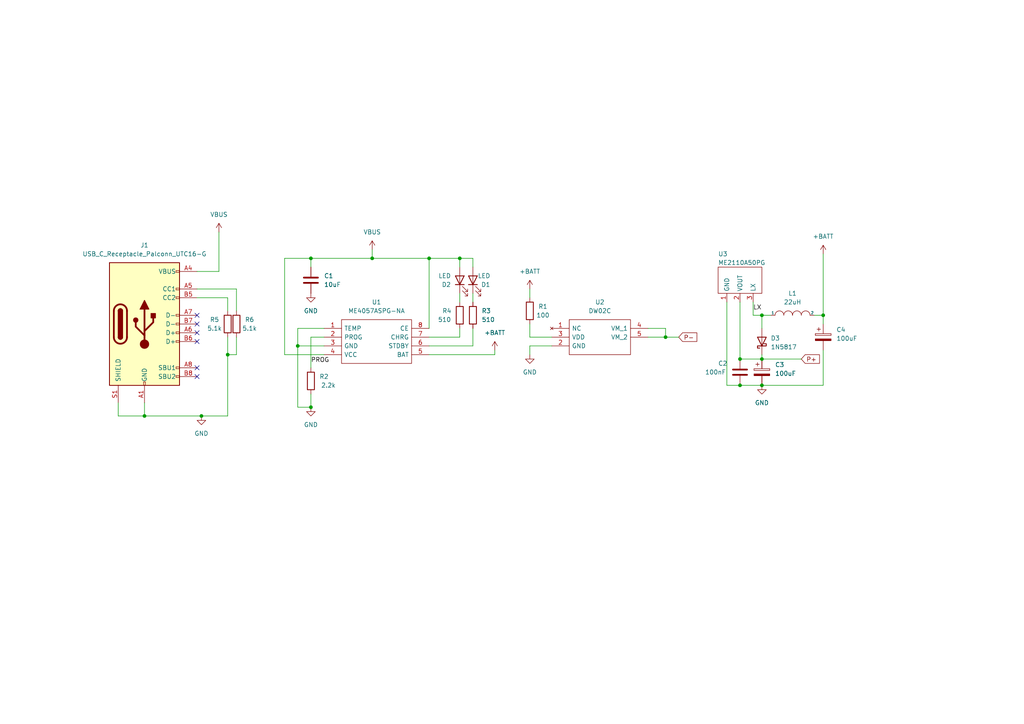
<source format=kicad_sch>
(kicad_sch (version 20211123) (generator eeschema)
  (paper "A4")
  (lib_symbols
    (symbol "Connector:USB_C_Receptacle_USB2.0" (pin_names (offset 1.016))
      (property "Reference" "J" (at -10.16 19.05 0))
      (property "Value" "USB_C_Receptacle_USB2.0" (at 19.05 19.05 0))
      (symbol "USB_C_Receptacle_USB2.0_0_0"
        (rectangle (start -0.254 -17.78) (end 0.254 -16.764))
        (rectangle (start 10.16 -14.986) (end 9.144 -15.494))
        (rectangle (start 10.16 -12.446) (end 9.144 -12.954))
        (rectangle (start 10.16 -4.826) (end 9.144 -5.334))
        (rectangle (start 10.16 -2.286) (end 9.144 -2.794))
        (rectangle (start 10.16 0.254) (end 9.144 -0.254))
        (rectangle (start 10.16 2.794) (end 9.144 2.286))
        (rectangle (start 10.16 7.874) (end 9.144 7.366))
        (rectangle (start 10.16 10.414) (end 9.144 9.906))
        (rectangle (start 10.16 15.494) (end 9.144 14.986))
      )
      (symbol "USB_C_Receptacle_USB2.0_0_1"
        (rectangle (start -10.16 17.78) (end 10.16 -17.78) (stroke (width 0.254)) (fill (type background)))
        (arc (start -8.89 -3.81) (mid -6.985 -5.715) (end -5.08 -3.81) (stroke (width 0.508)))
        (arc (start -7.62 -3.81) (mid -6.985 -4.445) (end -6.35 -3.81) (stroke (width 0.254)))
        (arc (start -7.62 -3.81) (mid -6.985 -4.445) (end -6.35 -3.81) (stroke (width 0.254)) (fill (type outline)))
        (rectangle (start -7.62 -3.81) (end -6.35 3.81) (stroke (width 0.254)) (fill (type outline)))
        (arc (start -6.35 3.81) (mid -6.985 4.445) (end -7.62 3.81) (stroke (width 0.254)))
        (arc (start -6.35 3.81) (mid -6.985 4.445) (end -7.62 3.81) (stroke (width 0.254)) (fill (type outline)))
        (arc (start -5.08 3.81) (mid -6.985 5.715) (end -8.89 3.81) (stroke (width 0.508)))
        (circle (center -2.54 1.143) (radius 0.635) (stroke (width 0.254)) (fill (type outline)))
        (circle (center 0 -5.842) (radius 1.27) (fill (type outline)))
        (polyline (pts (xy -8.89 -3.81) (xy -8.89 3.81)) (stroke (width 0.508)))
        (polyline (pts (xy -5.08 3.81) (xy -5.08 -3.81)) (stroke (width 0.508)))
        (polyline (pts (xy 0 -5.842) (xy 0 4.318)) (stroke (width 0.508)))
        (polyline (pts (xy 0 -3.302) (xy -2.54 -0.762) (xy -2.54 0.508)) (stroke (width 0.508)))
        (polyline (pts (xy 0 -2.032) (xy 2.54 0.508) (xy 2.54 1.778)) (stroke (width 0.508)))
        (polyline (pts (xy -1.27 4.318) (xy 0 6.858) (xy 1.27 4.318) (xy -1.27 4.318)) (stroke (width 0.254)) (fill (type outline)))
        (rectangle (start 1.905 1.778) (end 3.175 3.048) (stroke (width 0.254)) (fill (type outline)))
      )
      (symbol "USB_C_Receptacle_USB2.0_1_1"
        (pin passive line (at 0 -22.86 90) (length 5.08) (name "GND") (number "A1"))
        (pin passive line (at 0 -22.86 90) (length 5.08) hide (name "GND") (number "A12"))
        (pin passive line (at 15.24 15.24 180) (length 5.08) (name "VBUS") (number "A4"))
        (pin bidirectional line (at 15.24 10.16 180) (length 5.08) (name "CC1") (number "A5"))
        (pin bidirectional line (at 15.24 -2.54 180) (length 5.08) (name "D+") (number "A6"))
        (pin bidirectional line (at 15.24 2.54 180) (length 5.08) (name "D-") (number "A7"))
        (pin bidirectional line (at 15.24 -12.7 180) (length 5.08) (name "SBU1") (number "A8"))
        (pin passive line (at 15.24 15.24 180) (length 5.08) hide (name "VBUS") (number "A9"))
        (pin passive line (at 0 -22.86 90) (length 5.08) hide (name "GND") (number "B1"))
        (pin passive line (at 0 -22.86 90) (length 5.08) hide (name "GND") (number "B12"))
        (pin passive line (at 15.24 15.24 180) (length 5.08) hide (name "VBUS") (number "B4"))
        (pin bidirectional line (at 15.24 7.62 180) (length 5.08) (name "CC2") (number "B5"))
        (pin bidirectional line (at 15.24 -5.08 180) (length 5.08) (name "D+") (number "B6"))
        (pin bidirectional line (at 15.24 0 180) (length 5.08) (name "D-") (number "B7"))
        (pin bidirectional line (at 15.24 -15.24 180) (length 5.08) (name "SBU2") (number "B8"))
        (pin passive line (at 15.24 15.24 180) (length 5.08) hide (name "VBUS") (number "B9"))
        (pin passive line (at -7.62 -22.86 90) (length 5.08) (name "SHIELD") (number "S1"))
      )
    )
    (symbol "Device:C" (pin_numbers hide) (pin_names (offset 0.254))
      (property "Reference" "C" (at 0.635 2.54 0))
      (property "Value" "C" (at 0.635 -2.54 0))
      (symbol "C_0_1"
        (polyline (pts (xy -2.032 -0.762) (xy 2.032 -0.762)) (stroke (width 0.508)))
        (polyline (pts (xy -2.032 0.762) (xy 2.032 0.762)) (stroke (width 0.508)))
      )
      (symbol "C_1_1"
        (pin passive line (at 0 3.81 270) (length 2.794) (name "~") (number "1"))
        (pin passive line (at 0 -3.81 90) (length 2.794) (name "~") (number "2"))
      )
    )
    (symbol "Device:C_Polarized" (pin_numbers hide) (pin_names (offset 0.254))
      (property "Reference" "C" (at 0.635 2.54 0))
      (property "Value" "C_Polarized" (at 0.635 -2.54 0))
      (symbol "C_Polarized_0_1"
        (rectangle (start -2.286 0.508) (end 2.286 1.016))
        (polyline (pts (xy -1.778 2.286) (xy -0.762 2.286)))
        (polyline (pts (xy -1.27 2.794) (xy -1.27 1.778)))
        (rectangle (start 2.286 -0.508) (end -2.286 -1.016) (fill (type outline)))
      )
      (symbol "C_Polarized_1_1"
        (pin passive line (at 0 3.81 270) (length 2.794) (name "~") (number "1"))
        (pin passive line (at 0 -3.81 90) (length 2.794) (name "~") (number "2"))
      )
    )
    (symbol "Device:LED" (pin_numbers hide) (pin_names (offset 1.016) hide)
      (property "Reference" "D" (at 0 2.54 0))
      (property "Value" "LED" (at 0 -2.54 0))
      (symbol "LED_0_1"
        (polyline (pts (xy -1.27 -1.27) (xy -1.27 1.27)) (stroke (width 0.254)))
        (polyline (pts (xy -1.27 0) (xy 1.27 0)))
        (polyline (pts (xy 1.27 -1.27) (xy 1.27 1.27) (xy -1.27 0) (xy 1.27 -1.27)) (stroke (width 0.254)))
        (polyline (pts (xy -3.048 -0.762) (xy -4.572 -2.286) (xy -3.81 -2.286) (xy -4.572 -2.286) (xy -4.572 -1.524)))
        (polyline (pts (xy -1.778 -0.762) (xy -3.302 -2.286) (xy -2.54 -2.286) (xy -3.302 -2.286) (xy -3.302 -1.524)))
      )
      (symbol "LED_1_1"
        (pin passive line (at -3.81 0 0) (length 2.54) (name "K") (number "1"))
        (pin passive line (at 3.81 0 180) (length 2.54) (name "A") (number "2"))
      )
    )
    (symbol "Device:R" (pin_numbers hide) (pin_names (offset 0))
      (property "Reference" "R" (at 2.032 0 90))
      (property "Value" "R" (at 0 0 90))
      (symbol "R_0_1"
        (rectangle (start -1.016 -2.54) (end 1.016 2.54) (stroke (width 0.254)))
      )
      (symbol "R_1_1"
        (pin passive line (at 0 3.81 270) (length 1.27) (name "~") (number "1"))
        (pin passive line (at 0 -3.81 90) (length 1.27) (name "~") (number "2"))
      )
    )
    (symbol "Diode:1N5817" (pin_numbers hide) (pin_names (offset 1.016) hide)
      (property "Reference" "D" (at 0 2.54 0))
      (property "Value" "1N5817" (at 0 -2.54 0))
      (symbol "1N5817_0_1"
        (polyline (pts (xy 1.27 0) (xy -1.27 0)))
        (polyline (pts (xy 1.27 1.27) (xy 1.27 -1.27) (xy -1.27 0) (xy 1.27 1.27)) (stroke (width 0.254)))
        (polyline (pts (xy -1.905 0.635) (xy -1.905 1.27) (xy -1.27 1.27) (xy -1.27 -1.27) (xy -0.635 -1.27) (xy -0.635 -0.635)) (stroke (width 0.254)))
      )
      (symbol "1N5817_1_1"
        (pin passive line (at -3.81 0 0) (length 2.54) (name "K") (number "1"))
        (pin passive line (at 3.81 0 180) (length 2.54) (name "A") (number "2"))
      )
    )
    (symbol "SamacSys_Parts:DW02C" (pin_names (offset 0.762))
      (property "Reference" "U2" (at 13.97 7.62 0))
      (property "Value" "DW02C" (at 13.97 5.08 0))
      (symbol "DW02C_0_0"
        (pin no_connect line (at 0 0 0) (length 5.08) (name "NC") (number "1"))
        (pin power_in line (at 0 -5.08 0) (length 5.08) (name "GND") (number "2"))
        (pin power_in line (at 0 -2.54 0) (length 5.08) (name "VDD") (number "3"))
        (pin output line (at 27.94 0 180) (length 5.08) (name "VM_1") (number "4"))
        (pin output line (at 27.94 -2.54 180) (length 5.08) (name "VM_2") (number "5"))
      )
      (symbol "DW02C_0_1"
        (polyline (pts (xy 5.08 2.54) (xy 22.86 2.54) (xy 22.86 -7.62) (xy 5.08 -7.62) (xy 5.08 2.54)) (stroke (width 0.1524)))
      )
    )
    (symbol "SamacSys_Parts:ME4057ASPG-NA" (pin_names (offset 0.762))
      (property "Reference" "IC" (at 26.67 7.62 0))
      (property "Value" "ME4057ASPG-NA" (at 26.67 5.08 0))
      (symbol "ME4057ASPG-NA_0_0"
        (pin input line (at 0 0 0) (length 5.08) (name "TEMP") (number "1"))
        (pin input line (at 0 -2.54 0) (length 5.08) (name "PROG") (number "2"))
        (pin power_in line (at 0 -5.08 0) (length 5.08) (name "GND") (number "3"))
        (pin power_in line (at 0 -7.62 0) (length 5.08) (name "VCC") (number "4"))
        (pin power_in line (at 30.48 -7.62 180) (length 5.08) (name "BAT") (number "5"))
        (pin output line (at 30.48 -5.08 180) (length 5.08) (name "STDBY") (number "6"))
        (pin output line (at 30.48 -2.54 180) (length 5.08) (name "CHRG") (number "7"))
        (pin input line (at 30.48 0 180) (length 5.08) (name "CE") (number "8"))
      )
      (symbol "ME4057ASPG-NA_0_1"
        (polyline (pts (xy 5.08 2.54) (xy 25.4 2.54) (xy 25.4 -10.16) (xy 5.08 -10.16) (xy 5.08 2.54)) (stroke (width 0.1524)))
      )
    )
    (symbol "Test:ME2110A50PG"
      (property "Reference" "U" (at 0 0 0))
      (property "Value" "ME2110A50PG" (at 0 0 0))
      (symbol "ME2110A50PG_0_1"
        (rectangle (start 7.62 12.7) (end 0 0))
      )
      (symbol "ME2110A50PG_1_1"
        (pin output line (at 10.16 2.54 180) (length 2.54) (name "GND") (number "1"))
        (pin output line (at 10.16 6.35 180) (length 2.54) (name "VOUT") (number "2"))
        (pin input line (at 10.16 10.16 180) (length 2.54) (name "LX") (number "3"))
      )
    )
    (symbol "power:+BATT" (power) (pin_names (offset 0))
      (property "Value" "+BATT" (at 0 3.556 0))
      (symbol "+BATT_0_1"
        (polyline (pts (xy -0.762 1.27) (xy 0 2.54)))
        (polyline (pts (xy 0 0) (xy 0 2.54)))
        (polyline (pts (xy 0 2.54) (xy 0.762 1.27)))
      )
      (symbol "+BATT_1_1"
        (pin power_in line (at 0 0 90) (length 0) hide (name "+BATT") (number "1"))
      )
    )
    (symbol "power:GND" (power) (pin_names (offset 0))
      (property "Value" "GND" (at 0 -3.81 0))
      (symbol "GND_0_1"
        (polyline (pts (xy 0 0) (xy 0 -1.27) (xy 1.27 -1.27) (xy 0 -2.54) (xy -1.27 -1.27) (xy 0 -1.27)))
      )
      (symbol "GND_1_1"
        (pin power_in line (at 0 0 270) (length 0) hide (name "GND") (number "1"))
      )
    )
    (symbol "power:VBUS" (power) (pin_names (offset 0))
      (property "Value" "VBUS" (at 0 3.81 0))
      (symbol "VBUS_0_1"
        (polyline (pts (xy -0.762 1.27) (xy 0 2.54)))
        (polyline (pts (xy 0 0) (xy 0 2.54)))
        (polyline (pts (xy 0 2.54) (xy 0.762 1.27)))
      )
      (symbol "VBUS_1_1"
        (pin power_in line (at 0 0 90) (length 0) hide (name "VBUS") (number "1"))
      )
    )
    (symbol "pspice:INDUCTOR" (pin_numbers hide) (pin_names (offset 0))
      (property "Reference" "L" (at 0 2.54 0))
      (property "Value" "INDUCTOR" (at 0 -1.27 0))
      (symbol "INDUCTOR_0_1"
        (arc (start -2.54 0) (mid -3.81 1.27) (end -5.08 0))
        (arc (start 0 0) (mid -1.27 1.27) (end -2.54 0))
        (arc (start 2.54 0) (mid 1.27 1.27) (end 0 0))
        (arc (start 5.08 0) (mid 3.81 1.27) (end 2.54 0))
      )
      (symbol "INDUCTOR_1_1"
        (pin input line (at -6.35 0 0) (length 1.27) (name "1") (number "1"))
        (pin input line (at 6.35 0 180) (length 1.27) (name "2") (number "2"))
      )
    )
  )
  (junction (at 220.98 111.76))
  (junction (at 238.76 91.44))
  (junction (at 41.91 120.65))
  (junction (at 214.63 111.76))
  (junction (at 90.17 118.11))
  (junction (at 124.46 74.93))
  (junction (at 58.42 120.65))
  (junction (at 107.95 74.93))
  (junction (at 66.04 102.87))
  (junction (at 220.98 104.14))
  (junction (at 214.63 104.14))
  (junction (at 90.17 74.93))
  (junction (at 193.04 97.79))
  (junction (at 220.98 91.44))
  (junction (at 133.35 74.93))
  (junction (at 86.36 100.33))
  (no_connect (at 57.15 96.52))
  (no_connect (at 57.15 109.22))
  (no_connect (at 57.15 106.68))
  (no_connect (at 57.15 99.06))
  (no_connect (at 57.15 93.98))
  (no_connect (at 57.15 91.44))
  (wire (pts (xy 210.82 111.76) (xy 214.63 111.76)))
  (wire (pts (xy 218.44 87.63) (xy 218.44 91.44)))
  (wire (pts (xy 34.29 116.84) (xy 34.29 120.65)))
  (wire (pts (xy 86.36 100.33) (xy 86.36 118.11)))
  (wire (pts (xy 68.58 83.82) (xy 68.58 90.17)))
  (wire (pts (xy 187.96 97.79) (xy 193.04 97.79)))
  (wire (pts (xy 214.63 111.76) (xy 220.98 111.76)))
  (wire (pts (xy 238.76 73.66) (xy 238.76 91.44)))
  (wire (pts (xy 236.22 91.44) (xy 238.76 91.44)))
  (wire (pts (xy 57.15 86.36) (xy 66.04 86.36)))
  (wire (pts (xy 68.58 102.87) (xy 66.04 102.87)))
  (wire (pts (xy 137.16 77.47) (xy 137.16 74.93)))
  (wire (pts (xy 153.67 83.82) (xy 153.67 86.36)))
  (wire (pts (xy 153.67 97.79) (xy 160.02 97.79)))
  (wire (pts (xy 193.04 95.25) (xy 193.04 97.79)))
  (wire (pts (xy 160.02 100.33) (xy 153.67 100.33)))
  (wire (pts (xy 57.15 78.74) (xy 63.5 78.74)))
  (wire (pts (xy 220.98 111.76) (xy 238.76 111.76)))
  (wire (pts (xy 107.95 72.39) (xy 107.95 74.93)))
  (wire (pts (xy 82.55 74.93) (xy 90.17 74.93)))
  (wire (pts (xy 63.5 78.74) (xy 63.5 67.31)))
  (wire (pts (xy 93.98 100.33) (xy 86.36 100.33)))
  (wire (pts (xy 220.98 91.44) (xy 223.52 91.44)))
  (wire (pts (xy 124.46 102.87) (xy 143.51 102.87)))
  (wire (pts (xy 90.17 97.79) (xy 90.17 106.68)))
  (wire (pts (xy 82.55 102.87) (xy 82.55 74.93)))
  (wire (pts (xy 90.17 74.93) (xy 107.95 74.93)))
  (wire (pts (xy 210.82 87.63) (xy 210.82 111.76)))
  (wire (pts (xy 57.15 83.82) (xy 68.58 83.82)))
  (wire (pts (xy 86.36 118.11) (xy 90.17 118.11)))
  (wire (pts (xy 238.76 101.6) (xy 238.76 111.76)))
  (wire (pts (xy 133.35 77.47) (xy 133.35 74.93)))
  (wire (pts (xy 214.63 87.63) (xy 214.63 104.14)))
  (wire (pts (xy 90.17 74.93) (xy 90.17 77.47)))
  (wire (pts (xy 220.98 102.87) (xy 220.98 104.14)))
  (wire (pts (xy 193.04 97.79) (xy 196.85 97.79)))
  (wire (pts (xy 238.76 91.44) (xy 238.76 93.98)))
  (wire (pts (xy 66.04 102.87) (xy 66.04 120.65)))
  (wire (pts (xy 124.46 100.33) (xy 137.16 100.33)))
  (wire (pts (xy 220.98 91.44) (xy 220.98 95.25)))
  (wire (pts (xy 90.17 114.3) (xy 90.17 118.11)))
  (wire (pts (xy 133.35 95.25) (xy 133.35 97.79)))
  (wire (pts (xy 124.46 95.25) (xy 124.46 74.93)))
  (wire (pts (xy 68.58 97.79) (xy 68.58 102.87)))
  (wire (pts (xy 220.98 104.14) (xy 232.41 104.14)))
  (wire (pts (xy 218.44 91.44) (xy 220.98 91.44)))
  (wire (pts (xy 133.35 85.09) (xy 133.35 87.63)))
  (wire (pts (xy 133.35 74.93) (xy 124.46 74.93)))
  (wire (pts (xy 133.35 97.79) (xy 124.46 97.79)))
  (wire (pts (xy 93.98 102.87) (xy 82.55 102.87)))
  (wire (pts (xy 137.16 85.09) (xy 137.16 87.63)))
  (wire (pts (xy 153.67 100.33) (xy 153.67 102.87)))
  (wire (pts (xy 86.36 95.25) (xy 93.98 95.25)))
  (wire (pts (xy 34.29 120.65) (xy 41.91 120.65)))
  (wire (pts (xy 143.51 102.87) (xy 143.51 101.6)))
  (wire (pts (xy 153.67 93.98) (xy 153.67 97.79)))
  (wire (pts (xy 137.16 100.33) (xy 137.16 95.25)))
  (wire (pts (xy 58.42 120.65) (xy 66.04 120.65)))
  (wire (pts (xy 93.98 97.79) (xy 90.17 97.79)))
  (wire (pts (xy 86.36 100.33) (xy 86.36 95.25)))
  (wire (pts (xy 66.04 97.79) (xy 66.04 102.87)))
  (wire (pts (xy 66.04 86.36) (xy 66.04 90.17)))
  (wire (pts (xy 137.16 74.93) (xy 133.35 74.93)))
  (wire (pts (xy 41.91 116.84) (xy 41.91 120.65)))
  (wire (pts (xy 41.91 120.65) (xy 58.42 120.65)))
  (wire (pts (xy 187.96 95.25) (xy 193.04 95.25)))
  (wire (pts (xy 214.63 104.14) (xy 220.98 104.14)))
  (wire (pts (xy 107.95 74.93) (xy 124.46 74.93)))
  (label "PROG" (at 90.17 105.41 0))
  (label "LX" (at 218.44 90.17 0))
  (global_label "P+" (shape input) (at 232.41 104.14 0) (property "Intersheet References" "${INTERSHEET_REFS}" (effects hide)))
  (global_label "P-" (shape input) (at 196.85 97.79 0) (property "Intersheet References" "${INTERSHEET_REFS}" (effects hide)))
  (symbol (lib_id "SamacSys_Parts:ME4057ASPG-NA") (at 93.98 95.25 0) (unit 1)
    (property "Reference" "U1" (at 109.22 87.63 0))
    (property "Value" "ME4057ASPG-NA" (at 109.22 90.17 0))
    (property "Footprint" "SOIC127P600X180-8N" (effects hide))
    (property "Datasheet" "https://datasheet.lcsc.com/lcsc/2010181704_MICRONE-Nanjing-Micro-One-Elec-ME4057ASPG-NA_C610260.pdf" (effects hide))
    (property "Description" "SOP-8 Battery Management ICs ROHS" (effects hide))
    (property "Height" "1.8" (effects hide))
    (property "Manufacturer_Name" "Microne" (effects hide))
    (property "Manufacturer_Part_Number" "ME4057ASPG-NA" (effects hide))
  )
  (symbol (lib_id "Device:R") (at 153.67 90.17 180) (unit 1)
    (property "Reference" "R1" (at 157.48 88.9 0))
    (property "Value" "100" (at 157.48 91.44 0))
    (property "Footprint" "Resistor_SMD:R_0603_1608Metric" (effects hide))
  )
  (symbol (lib_id "Device:C_Polarized") (at 220.98 107.95 0) (unit 1)
    (property "Reference" "C3" (at 224.79 105.7909 0) (effects (justify left)))
    (property "Value" "100uF" (at 224.79 108.3309 0) (effects (justify left)))
    (property "Footprint" "Capacitor_Tantalum_SMD:CP_EIA-1608-08_AVX-J" (effects hide))
  )
  (symbol (lib_id "Device:C") (at 214.63 107.95 0) (unit 1)
    (property "Reference" "C2" (at 208.28 105.41 0) (effects (justify left)))
    (property "Value" "100nF" (at 204.47 107.95 0) (effects (justify left)))
    (property "Footprint" "Capacitor_SMD:C_0603_1608Metric" (effects hide))
  )
  (symbol (lib_id "Device:C") (at 90.17 81.28 0) (unit 1)
    (property "Reference" "C1" (at 93.98 80.0099 0) (effects (justify left)))
    (property "Value" "10uF" (at 93.98 82.5499 0) (effects (justify left)))
    (property "Footprint" "Capacitor_SMD:C_0603_1608Metric" (effects hide))
  )
  (symbol (lib_id "power:GND") (at 90.17 118.11 0) (unit 1)
    (property "Reference" "#PWR0105" (effects hide))
    (property "Value" "GND" (at 90.17 123.19 0))
  )
  (symbol (lib_id "Diode:1N5817") (at 220.98 99.06 90) (unit 1)
    (property "Reference" "D3" (at 223.52 98.1074 90) (effects (justify right)))
    (property "Value" "1N5817" (at 223.52 100.6474 90) (effects (justify right)))
    (property "Footprint" "Diode_SMD:D_SOD-323" (effects hide))
    (property "Datasheet" "http://www.vishay.com/docs/88525/1n5817.pdf" (effects hide))
  )
  (symbol (lib_id "Device:R") (at 90.17 110.49 180) (unit 1)
    (property "Reference" "R2" (at 93.98 109.22 0))
    (property "Value" "2.2k" (at 95.25 111.76 0))
    (property "Footprint" "Resistor_SMD:R_0603_1608Metric" (effects hide))
  )
  (symbol (lib_id "power:GND") (at 153.67 102.87 0) (unit 1)
    (property "Reference" "#PWR0107" (effects hide))
    (property "Value" "GND" (at 153.67 107.95 0))
  )
  (symbol (lib_id "Device:R") (at 133.35 91.44 0) (unit 1)
    (property "Reference" "R4" (at 128.27 90.17 0) (effects (justify left)))
    (property "Value" "510" (at 127 92.71 0) (effects (justify left)))
    (property "Footprint" "Resistor_SMD:R_0603_1608Metric" (effects hide))
  )
  (symbol (lib_id "Device:LED") (at 137.16 81.28 90) (unit 1)
    (property "Reference" "D1" (at 142.24 82.55 90) (effects (justify left)))
    (property "Value" "LED" (at 142.24 80.01 90) (effects (justify left)))
    (property "Footprint" "LED_SMD:LED_0603_1608Metric" (effects hide))
  )
  (symbol (lib_id "SamacSys_Parts:DW02C") (at 160.02 95.25 0) (unit 1)
    (property "Reference" "U2" (at 173.99 87.63 0))
    (property "Value" "DW02C" (at 173.99 90.17 0))
    (property "Footprint" "SOT95P290X124-5N" (effects hide))
    (property "Datasheet" "https://datasheet.lcsc.com/lcsc/2202251530_Shenzhen-Fuman-Elec-DW02C_C2802263.pdf" (effects hide))
    (property "Description" "SOT-23-5 Battery Management ICs ROHS" (effects hide))
    (property "Height" "1.24" (effects hide))
    (property "Manufacturer_Name" "Shenzhen Fuman Elec" (effects hide))
    (property "Manufacturer_Part_Number" "DW02C" (effects hide))
  )
  (symbol (lib_id "Test:ME2110A50PG") (at 208.28 77.47 270) (unit 1)
    (property "Reference" "U3" (at 208.28 73.66 90) (effects (justify left)))
    (property "Value" "ME2110A50PG" (at 208.28 76.2 90) (effects (justify left)))
    (property "Footprint" "SOT-89-3" (effects hide))
  )
  (symbol (lib_id "power:GND") (at 220.98 111.76 0) (unit 1)
    (property "Reference" "#PWR0103" (effects hide))
    (property "Value" "GND" (at 220.98 116.84 0))
  )
  (symbol (lib_id "power:+BATT") (at 153.67 83.82 0) (unit 1)
    (property "Reference" "#PWR0106" (effects hide))
    (property "Value" "+BATT" (at 153.67 78.74 0))
  )
  (symbol (lib_id "Connector:USB_C_Receptacle_USB2.0") (at 41.91 93.98 0) (unit 1)
    (property "Reference" "J1" (at 41.91 71.12 0))
    (property "Value" "USB_C_Receptacle_Palconn_UTC16-G" (at 41.91 73.66 0))
    (property "Footprint" "Connector_USB:USB_C_Receptacle_Palconn_UTC16-G" (effects hide))
    (property "Datasheet" "https://www.usb.org/sites/default/files/documents/usb_type-c.zip" (effects hide))
  )
  (symbol (lib_id "Device:R") (at 68.58 93.98 180) (unit 1)
    (property "Reference" "R6" (at 72.39 92.71 0))
    (property "Value" "5.1k" (at 72.39 95.25 0))
    (property "Footprint" "Resistor_SMD:R_0603_1608Metric" (effects hide))
  )
  (symbol (lib_id "power:GND") (at 90.17 85.09 0) (unit 1)
    (property "Reference" "#PWR?" (effects hide))
    (property "Value" "GND" (at 90.17 90.17 0))
  )
  (symbol (lib_id "power:+BATT") (at 238.76 73.66 0) (unit 1)
    (property "Reference" "#PWR0108" (effects hide))
    (property "Value" "+BATT" (at 238.76 68.58 0))
  )
  (symbol (lib_id "Device:C_Polarized") (at 238.76 97.79 0) (unit 1)
    (property "Reference" "C4" (at 242.57 95.6309 0) (effects (justify left)))
    (property "Value" "100uF" (at 242.57 98.1709 0) (effects (justify left)))
    (property "Footprint" "Capacitor_Tantalum_SMD:CP_EIA-1608-08_AVX-J" (effects hide))
  )
  (symbol (lib_id "Device:R") (at 66.04 93.98 0) (unit 1)
    (property "Reference" "R5" (at 62.23 92.71 0))
    (property "Value" "5.1k" (at 62.23 95.25 0))
    (property "Footprint" "Resistor_SMD:R_0603_1608Metric" (effects hide))
  )
  (symbol (lib_id "power:VBUS") (at 107.95 72.39 0) (unit 1)
    (property "Reference" "#PWR0101" (effects hide))
    (property "Value" "VBUS" (at 107.95 67.31 0))
  )
  (symbol (lib_id "power:+BATT") (at 143.51 101.6 0) (unit 1)
    (property "Reference" "#PWR0104" (effects hide))
    (property "Value" "+BATT" (at 143.51 96.52 0))
  )
  (symbol (lib_id "Device:LED") (at 133.35 81.28 90) (unit 1)
    (property "Reference" "D2" (at 130.81 82.55 90) (effects (justify left)))
    (property "Value" "LED" (at 130.81 80.01 90) (effects (justify left)))
    (property "Footprint" "LED_SMD:LED_0603_1608Metric" (effects hide))
  )
  (symbol (lib_id "power:GND") (at 58.42 120.65 0) (unit 1)
    (property "Reference" "#PWR0109" (effects hide))
    (property "Value" "GND" (at 58.42 125.73 0))
  )
  (symbol (lib_id "Device:R") (at 137.16 91.44 0) (unit 1)
    (property "Reference" "R3" (at 139.7 90.1699 0) (effects (justify left)))
    (property "Value" "510" (at 139.7 92.7099 0) (effects (justify left)))
    (property "Footprint" "Resistor_SMD:R_0603_1608Metric" (effects hide))
  )
  (symbol (lib_id "pspice:INDUCTOR") (at 229.87 91.44 0) (unit 1)
    (property "Reference" "L1" (at 229.87 85.09 0))
    (property "Value" "22uH" (at 229.87 87.63 0))
    (property "Footprint" "Inductor_SMD:L_Abracon_ASPI-0630LR" (effects hide))
  )
  (symbol (lib_id "power:VBUS") (at 63.5 67.31 0) (unit 1)
    (property "Reference" "#PWR0102" (effects hide))
    (property "Value" "VBUS" (at 63.5 62.23 0))
  )
)
</source>
